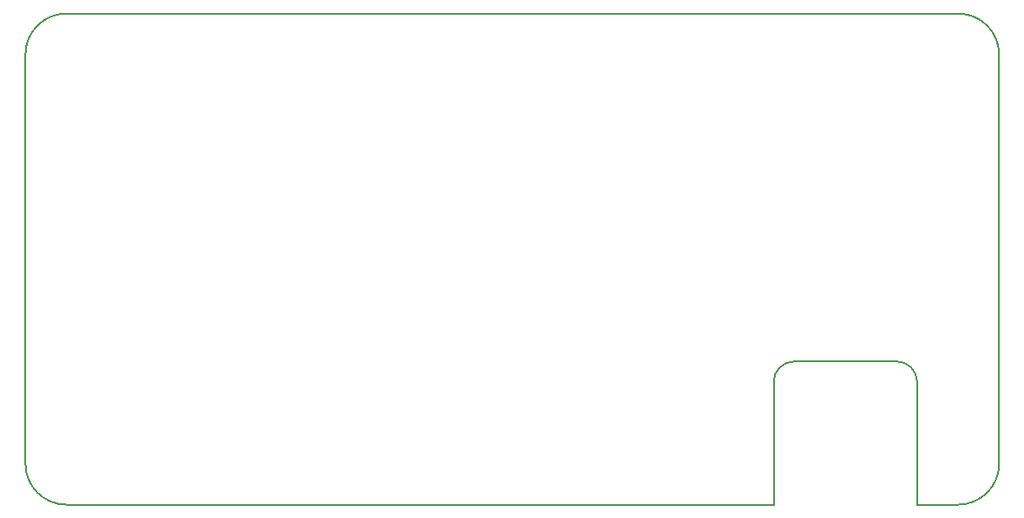
<source format=gko>
G04*
G04 #@! TF.GenerationSoftware,Altium Limited,CircuitStudio,1.5.2 (30)*
G04*
G04 Layer_Color=16720538*
%FSLAX25Y25*%
%MOIN*%
G70*
G01*
G75*
%ADD10C,0.00787*%
D10*
X358268Y0D02*
G03*
X374016Y15748I0J15748D01*
G01*
Y173228D02*
G03*
X358268Y188976I-15748J0D01*
G01*
X15748D02*
G03*
X0Y173228I0J-15748D01*
G01*
Y15748D02*
G03*
X15748Y0I15748J0D01*
G01*
X342520Y47244D02*
G03*
X334646Y55118I-7874J0D01*
G01*
X295276D02*
G03*
X287402Y47244I0J-7874D01*
G01*
X374016Y15748D02*
Y173228D01*
X342520Y0D02*
X358268D01*
X15748Y188976D02*
X358268D01*
X0Y15748D02*
Y173228D01*
X15748Y0D02*
X287402D01*
X295276Y55118D02*
X334646D01*
X342520Y0D02*
Y47244D01*
X287402Y0D02*
Y47244D01*
M02*

</source>
